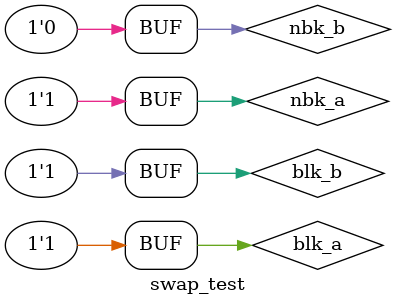
<source format=v>

module swap_test;
  reg blk_a, blk_b;
  reg nbk_a, nbk_b;
  
  initial begin
    blk_a = 0; blk_b = 1;
    #10
    blk_a = blk_b;
    blk_b = blk_a;
    #5;
  end
  
  initial begin 
    nbk_a = 0; nbk_b = 1;
    #10
    nbk_a <= nbk_b;
    nbk_b <= nbk_a;
    #5;
  end
  
  initial begin
    $dumpfile("wave.vcd");
    $dumpvars(0, swap_test);
  end
  
endmodule

</source>
